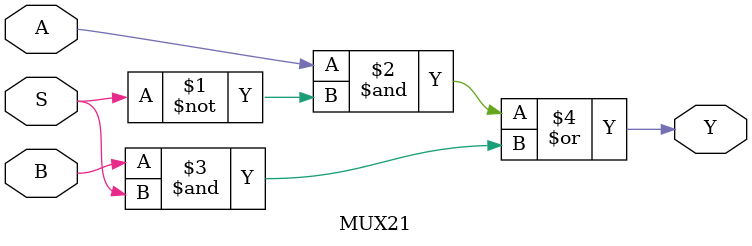
<source format=v>
`timescale 1ns / 1ps
module MUX21(
    input A,
    input B,
    input S,
    output Y
    );
assign Y=A&(~S)|B&S;

endmodule

</source>
